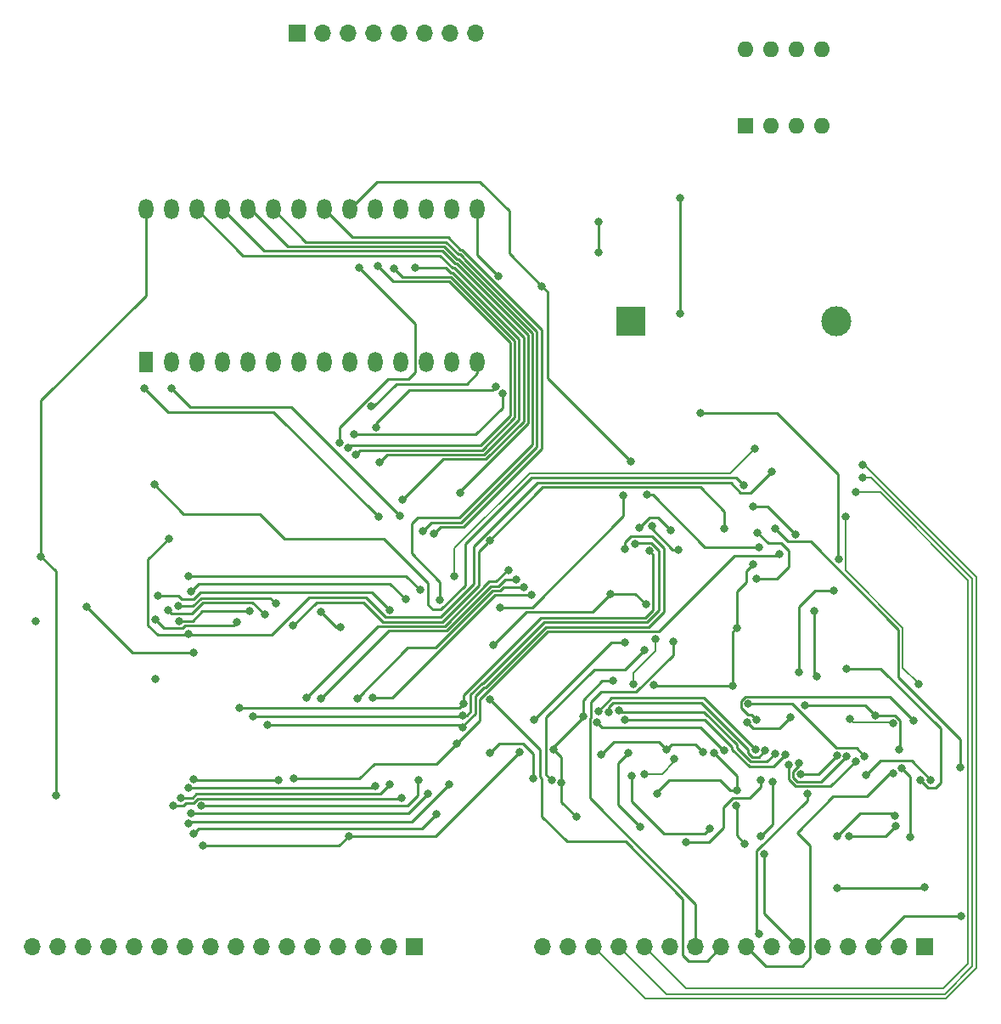
<source format=gbr>
%TF.GenerationSoftware,KiCad,Pcbnew,(6.0.0-0)*%
%TF.CreationDate,2022-02-14T20:56:17-05:00*%
%TF.ProjectId,RAM-MODULE,52414d2d-4d4f-4445-954c-452e6b696361,rev?*%
%TF.SameCoordinates,Original*%
%TF.FileFunction,Copper,L4,Bot*%
%TF.FilePolarity,Positive*%
%FSLAX46Y46*%
G04 Gerber Fmt 4.6, Leading zero omitted, Abs format (unit mm)*
G04 Created by KiCad (PCBNEW (6.0.0-0)) date 2022-02-14 20:56:17*
%MOMM*%
%LPD*%
G01*
G04 APERTURE LIST*
%TA.AperFunction,ComponentPad*%
%ADD10R,1.440000X2.000000*%
%TD*%
%TA.AperFunction,ComponentPad*%
%ADD11O,1.440000X2.000000*%
%TD*%
%TA.AperFunction,ComponentPad*%
%ADD12R,1.600000X1.600000*%
%TD*%
%TA.AperFunction,ComponentPad*%
%ADD13O,1.600000X1.600000*%
%TD*%
%TA.AperFunction,ComponentPad*%
%ADD14R,3.000000X3.000000*%
%TD*%
%TA.AperFunction,ComponentPad*%
%ADD15C,3.000000*%
%TD*%
%TA.AperFunction,ComponentPad*%
%ADD16R,1.700000X1.700000*%
%TD*%
%TA.AperFunction,ComponentPad*%
%ADD17O,1.700000X1.700000*%
%TD*%
%TA.AperFunction,ViaPad*%
%ADD18C,0.800000*%
%TD*%
%TA.AperFunction,Conductor*%
%ADD19C,0.250000*%
%TD*%
%TA.AperFunction,Conductor*%
%ADD20C,0.200000*%
%TD*%
G04 APERTURE END LIST*
D10*
%TO.P,U1,1,A14*%
%TO.N,MAR14*%
X90757330Y-78241318D03*
D11*
%TO.P,U1,2,A12*%
%TO.N,MAR12*%
X93297330Y-78241318D03*
%TO.P,U1,3,A7*%
%TO.N,MAR7*%
X95837330Y-78241318D03*
%TO.P,U1,4,A6*%
%TO.N,MAR6*%
X98377330Y-78241318D03*
%TO.P,U1,5,A5*%
%TO.N,MAR5*%
X100917330Y-78241318D03*
%TO.P,U1,6,A4*%
%TO.N,MAR4*%
X103457330Y-78241318D03*
%TO.P,U1,7,A3*%
%TO.N,MAR3*%
X105997330Y-78241318D03*
%TO.P,U1,8,A2*%
%TO.N,MAR2*%
X108537330Y-78241318D03*
%TO.P,U1,9,A1*%
%TO.N,MAR1*%
X111077330Y-78241318D03*
%TO.P,U1,10,A0*%
%TO.N,MAR0*%
X113617330Y-78241318D03*
%TO.P,U1,11,D0*%
%TO.N,BUS0*%
X116157330Y-78241318D03*
%TO.P,U1,12,D1*%
%TO.N,BUS1*%
X118697330Y-78241318D03*
%TO.P,U1,13,D2*%
%TO.N,BUS2*%
X121237330Y-78241318D03*
%TO.P,U1,14,GND*%
%TO.N,GND*%
X123777330Y-78241318D03*
%TO.P,U1,15,D3*%
%TO.N,BUS3*%
X123777330Y-63001318D03*
%TO.P,U1,16,D4*%
%TO.N,BUS4*%
X121237330Y-63001318D03*
%TO.P,U1,17,D5*%
%TO.N,BUS5*%
X118697330Y-63001318D03*
%TO.P,U1,18,D6*%
%TO.N,BUS6*%
X116157330Y-63001318D03*
%TO.P,U1,19,D7*%
%TO.N,BUS7*%
X113617330Y-63001318D03*
%TO.P,U1,20,~{CS}*%
%TO.N,~{ENABLE_ROM}*%
X111077330Y-63001318D03*
%TO.P,U1,21,A10*%
%TO.N,MAR10*%
X108537330Y-63001318D03*
%TO.P,U1,22,~{OE}*%
%TO.N,~{READ}*%
X105997330Y-63001318D03*
%TO.P,U1,23,A11*%
%TO.N,MAR11*%
X103457330Y-63001318D03*
%TO.P,U1,24,A9*%
%TO.N,MAR9*%
X100917330Y-63001318D03*
%TO.P,U1,25,A8*%
%TO.N,MAR8*%
X98377330Y-63001318D03*
%TO.P,U1,26,A13*%
%TO.N,MAR13*%
X95837330Y-63001318D03*
%TO.P,U1,27,~{WE}*%
%TO.N,+5V*%
X93297330Y-63001318D03*
%TO.P,U1,28,VCC*%
X90757330Y-63001318D03*
%TD*%
D12*
%TO.P,U18,1,VO*%
%TO.N,VCC*%
X150547330Y-54698818D03*
D13*
%TO.P,U18,2,Vs*%
%TO.N,Net-(BT1-Pad1)*%
X153087330Y-54698818D03*
%TO.P,U18,3,SBar*%
%TO.N,unconnected-(U18-Pad3)*%
X155627330Y-54698818D03*
%TO.P,U18,4,Gnd*%
%TO.N,GND*%
X158167330Y-54698818D03*
%TO.P,U18,5,nc*%
%TO.N,unconnected-(U18-Pad5)*%
X158167330Y-47078818D03*
%TO.P,U18,6,PBar*%
%TO.N,unconnected-(U18-Pad6)*%
X155627330Y-47078818D03*
%TO.P,U18,7,nc*%
%TO.N,unconnected-(U18-Pad7)*%
X153087330Y-47078818D03*
%TO.P,U18,8,Vp*%
%TO.N,+5V*%
X150547330Y-47078818D03*
%TD*%
D14*
%TO.P,BT1,1,+*%
%TO.N,Net-(BT1-Pad1)*%
X139121250Y-74148818D03*
D15*
%TO.P,BT1,2,-*%
%TO.N,GND*%
X159611250Y-74148818D03*
%TD*%
D16*
%TO.P,J3,1,Pin_1*%
%TO.N,+5V*%
X168437330Y-136498818D03*
D17*
%TO.P,J3,2,Pin_2*%
%TO.N,GND*%
X165897330Y-136498818D03*
%TO.P,J3,3,Pin_3*%
%TO.N,RESET*%
X163357330Y-136498818D03*
%TO.P,J3,4,Pin_4*%
%TO.N,CLOCK*%
X160817330Y-136498818D03*
%TO.P,J3,5,Pin_5*%
%TO.N,~{LATCH_MAR}*%
X158277330Y-136498818D03*
%TO.P,J3,6,Pin_6*%
%TO.N,~{LATCH_DATA_SEGMENT}*%
X155737330Y-136498818D03*
%TO.P,J3,7,Pin_7*%
%TO.N,~{LATCH_CODE_SEGMENT}*%
X153197330Y-136498818D03*
%TO.P,J3,8,Pin_8*%
%TO.N,~{LATCH_STACK_SEGMENT}*%
X150657330Y-136498818D03*
%TO.P,J3,9,Pin_9*%
%TO.N,~{DATA_SEGMENT_OUT}*%
X148117330Y-136498818D03*
%TO.P,J3,10,Pin_10*%
%TO.N,~{CODE_SEGMENT_OUT}*%
X145577330Y-136498818D03*
%TO.P,J3,11,Pin_11*%
%TO.N,~{STACK_SEGMENT_OUT}*%
X143037330Y-136498818D03*
%TO.P,J3,12,Pin_12*%
%TO.N,~{USE_DATA_SEGMENT}*%
X140497330Y-136498818D03*
%TO.P,J3,13,Pin_13*%
%TO.N,~{USE_CODE_SEGMENT}*%
X137957330Y-136498818D03*
%TO.P,J3,14,Pin_14*%
%TO.N,~{USE_STACK_SEGMENT}*%
X135417330Y-136498818D03*
%TO.P,J3,15,Pin_15*%
%TO.N,~{READ}*%
X132877330Y-136498818D03*
%TO.P,J3,16,Pin_16*%
%TO.N,~{WRITE}*%
X130337330Y-136498818D03*
%TD*%
D16*
%TO.P,J2,1,Pin_1*%
%TO.N,BUS7*%
X105827330Y-45448818D03*
D17*
%TO.P,J2,2,Pin_2*%
%TO.N,BUS6*%
X108367330Y-45448818D03*
%TO.P,J2,3,Pin_3*%
%TO.N,BUS5*%
X110907330Y-45448818D03*
%TO.P,J2,4,Pin_4*%
%TO.N,BUS4*%
X113447330Y-45448818D03*
%TO.P,J2,5,Pin_5*%
%TO.N,BUS3*%
X115987330Y-45448818D03*
%TO.P,J2,6,Pin_6*%
%TO.N,BUS2*%
X118527330Y-45448818D03*
%TO.P,J2,7,Pin_7*%
%TO.N,BUS1*%
X121067330Y-45448818D03*
%TO.P,J2,8,Pin_8*%
%TO.N,BUS0*%
X123607330Y-45448818D03*
%TD*%
D16*
%TO.P,J1,1,Pin_1*%
%TO.N,ADDR_BUS15*%
X117547330Y-136498818D03*
D17*
%TO.P,J1,2,Pin_2*%
%TO.N,ADDR_BUS14*%
X115007330Y-136498818D03*
%TO.P,J1,3,Pin_3*%
%TO.N,ADDR_BUS13*%
X112467330Y-136498818D03*
%TO.P,J1,4,Pin_4*%
%TO.N,ADDR_BUS12*%
X109927330Y-136498818D03*
%TO.P,J1,5,Pin_5*%
%TO.N,ADDR_BUS11*%
X107387330Y-136498818D03*
%TO.P,J1,6,Pin_6*%
%TO.N,ADDR_BUS10*%
X104847330Y-136498818D03*
%TO.P,J1,7,Pin_7*%
%TO.N,ADDR_BUS9*%
X102307330Y-136498818D03*
%TO.P,J1,8,Pin_8*%
%TO.N,ADDR_BUS8*%
X99767330Y-136498818D03*
%TO.P,J1,9,Pin_9*%
%TO.N,ADDR_BUS7*%
X97227330Y-136498818D03*
%TO.P,J1,10,Pin_10*%
%TO.N,ADDR_BUS6*%
X94687330Y-136498818D03*
%TO.P,J1,11,Pin_11*%
%TO.N,ADDR_BUS5*%
X92147330Y-136498818D03*
%TO.P,J1,12,Pin_12*%
%TO.N,ADDR_BUS4*%
X89607330Y-136498818D03*
%TO.P,J1,13,Pin_13*%
%TO.N,ADDR_BUS3*%
X87067330Y-136498818D03*
%TO.P,J1,14,Pin_14*%
%TO.N,ADDR_BUS2*%
X84527330Y-136498818D03*
%TO.P,J1,15,Pin_15*%
%TO.N,ADDR_BUS1*%
X81987330Y-136498818D03*
%TO.P,J1,16,Pin_16*%
%TO.N,ADDR_BUS0*%
X79447330Y-136498818D03*
%TD*%
D18*
%TO.N,GND*%
X79808506Y-104087494D03*
X91743165Y-109777165D03*
%TO.N,MAR8*%
X95504000Y-125222000D03*
%TO.N,MAR0*%
X84836000Y-102616000D03*
X95504000Y-107188000D03*
%TO.N,GND*%
X134360258Y-113505630D03*
X135890000Y-67310000D03*
X137097330Y-101298818D03*
X131421830Y-116795374D03*
X110147330Y-104598818D03*
X113210031Y-82661519D03*
X133697330Y-123548818D03*
X108243438Y-103073318D03*
X149697330Y-104698818D03*
X157647330Y-109548818D03*
X96447330Y-126398818D03*
X140622330Y-102373818D03*
X141409830Y-110411318D03*
X149702046Y-120924318D03*
X147447330Y-117198818D03*
X157397330Y-102998818D03*
X151297330Y-98398818D03*
X135890000Y-64262000D03*
X125400000Y-106400000D03*
X149297330Y-110448818D03*
X137347330Y-109998818D03*
X110997379Y-125438500D03*
X132225959Y-120114577D03*
X141734830Y-121211318D03*
X127998536Y-117091302D03*
%TO.N,BUS7*%
X113893029Y-68669918D03*
X110953707Y-86734654D03*
%TO.N,BUS6*%
X111672830Y-87428820D03*
X115497330Y-68898818D03*
%TO.N,BUS5*%
X117597330Y-68798818D03*
X114071340Y-88183147D03*
%TO.N,BUS3*%
X154523822Y-117378098D03*
X113397330Y-111698818D03*
X129247330Y-101448818D03*
X138538471Y-113851666D03*
X125897868Y-69639126D03*
%TO.N,BUS2*%
X137933805Y-112914101D03*
X153488580Y-117247681D03*
X111847330Y-111748818D03*
X128446831Y-100649317D03*
%TO.N,BUS1*%
X136945679Y-113064473D03*
X108237830Y-111774990D03*
X152534338Y-116950313D03*
X127722330Y-99873818D03*
%TO.N,BUS0*%
X126946850Y-98999298D03*
X135897330Y-112998818D03*
X151541477Y-116835287D03*
X106788829Y-111659841D03*
%TO.N,MAR7*%
X118110838Y-100948818D03*
X94996000Y-99568000D03*
%TO.N,MAR6*%
X95250000Y-101092000D03*
X116661837Y-101885546D03*
%TO.N,MAR5*%
X115122830Y-102926969D03*
X91926642Y-101537978D03*
%TO.N,MAR4*%
X103697330Y-102248818D03*
X93988487Y-102531252D03*
%TO.N,MAR3*%
X93010412Y-102986979D03*
X102597330Y-103398818D03*
%TO.N,MAR2*%
X94114549Y-104027501D03*
X101147330Y-103048818D03*
%TO.N,MAR1*%
X99847330Y-104148818D03*
X91694000Y-103886000D03*
%TO.N,~{ENABLE_RAM_LOW}*%
X105447330Y-104498818D03*
X125100000Y-96000000D03*
X148447330Y-94848818D03*
%TO.N,+5V*%
X126111555Y-102713043D03*
X140477824Y-106884158D03*
X155047330Y-113648818D03*
X165897330Y-116798818D03*
X144047330Y-73398818D03*
X136147330Y-117348818D03*
X81788000Y-121412000D03*
X131250348Y-119897349D03*
X159834629Y-97861519D03*
X146297330Y-117098818D03*
X155897330Y-109148818D03*
X144047330Y-61848818D03*
X166997330Y-125523318D03*
X150686300Y-114123318D03*
X159700000Y-130600000D03*
X159347330Y-100998818D03*
X129367667Y-119684598D03*
X156447330Y-112448818D03*
X163497330Y-113449318D03*
X80297330Y-97598818D03*
X138392817Y-91553331D03*
X142694874Y-116832050D03*
X168437330Y-130562670D03*
X146097330Y-83298818D03*
X125047330Y-117198818D03*
X166111055Y-118691998D03*
%TO.N,MAR8*%
X122097330Y-91298818D03*
X119746850Y-123299298D03*
%TO.N,MAR9*%
X120114439Y-101960963D03*
X94996000Y-124206000D03*
X121016850Y-120268338D03*
%TO.N,MAR10*%
X118897330Y-121198818D03*
X95250000Y-123190000D03*
X119497330Y-95298818D03*
%TO.N,MAR11*%
X117946331Y-119848818D03*
X118347330Y-95048818D03*
X96266000Y-122428000D03*
%TO.N,MAR12*%
X93297330Y-80848818D03*
X93471836Y-122390500D03*
X116097330Y-93548818D03*
X116297330Y-121698818D03*
%TO.N,MAR13*%
X116347330Y-91948818D03*
X115123319Y-120314900D03*
X94231224Y-121628500D03*
%TO.N,MAR14*%
X113947330Y-93648818D03*
X113674319Y-120430067D03*
X95000299Y-120654299D03*
X90647330Y-80848818D03*
%TO.N,~{READ}*%
X112047330Y-68848818D03*
X110091729Y-86228690D03*
%TO.N,MAR15*%
X103961350Y-119898818D03*
X95550424Y-119818364D03*
X126335631Y-81381074D03*
X111547330Y-85448818D03*
%TO.N,CLOCK*%
X139197330Y-119448818D03*
X147002606Y-124724318D03*
%TO.N,SEG0*%
X156022830Y-119292818D03*
X122346830Y-114590767D03*
X138497330Y-96848818D03*
X159667690Y-117440021D03*
X102856563Y-114398225D03*
%TO.N,SEG1*%
X139509555Y-96375237D03*
X160666511Y-117476914D03*
X122359402Y-113462148D03*
X101421350Y-113503818D03*
X155858293Y-118202567D03*
%TO.N,SEG2*%
X100072330Y-112723818D03*
X122423808Y-112288258D03*
X154866355Y-118325297D03*
X161533053Y-117975020D03*
X140958471Y-97045118D03*
%TO.N,~{LATCH_DATA_SEGMENT}*%
X140047330Y-124498818D03*
X152422829Y-127222829D03*
X138897330Y-117148818D03*
%TO.N,RESET*%
X167297330Y-113948818D03*
X148447330Y-116948818D03*
X172047830Y-133434812D03*
X135747330Y-114098818D03*
X151656851Y-113882331D03*
%TO.N,SEG3*%
X91600000Y-90450000D03*
X150847330Y-112298818D03*
X151647330Y-99798818D03*
X151750627Y-95199817D03*
X129497330Y-113848818D03*
X150398818Y-90498818D03*
X162397781Y-117473769D03*
X138497330Y-106198818D03*
%TO.N,USE_DATA_SEGMENT*%
X121500000Y-99600000D03*
X151447330Y-86898818D03*
%TO.N,~{DATA_SEGMENT_OUT}*%
X125094576Y-111826170D03*
%TO.N,Net-(U10-Pad2)*%
X150480512Y-126206599D03*
X149662997Y-122423318D03*
%TO.N,Net-(U10-Pad3)*%
X152047330Y-119874318D03*
X144597330Y-126048818D03*
%TO.N,Net-(U10-Pad4)*%
X152047330Y-125498818D03*
X153250454Y-120045213D03*
%TO.N,~{LATCH_CODE_SEGMENT}*%
X151900000Y-135200000D03*
X156747330Y-121248818D03*
%TO.N,USE_CODE_SEGMENT*%
X140497330Y-119248818D03*
X139380926Y-110350238D03*
X143447330Y-117748818D03*
X141547330Y-105798818D03*
%TO.N,~{CODE_SEGMENT_OUT}*%
X143347330Y-106098818D03*
%TO.N,Net-(U12-Pad3)*%
X167997330Y-119848818D03*
X160647330Y-108748818D03*
%TO.N,Net-(U12-Pad4)*%
X159697330Y-125448818D03*
X165497330Y-123448818D03*
%TO.N,Net-(U12-Pad5)*%
X165514991Y-124448165D03*
X160847330Y-125448818D03*
%TO.N,Net-(U12-Pad6)*%
X169010379Y-119837268D03*
X162560051Y-119396984D03*
%TO.N,~{LATCH_STACK_SEGMENT}*%
X165246830Y-119194113D03*
%TO.N,USE_STACK_SEGMENT*%
X160547330Y-93598818D03*
X167797330Y-110298818D03*
X165246830Y-114223318D03*
X160997330Y-113823318D03*
%TO.N,~{ENABLE_ROM}*%
X140747330Y-91448818D03*
X130250000Y-70650000D03*
X151897330Y-96648818D03*
X139097330Y-88148818D03*
%TO.N,Net-(U15-Pad10)*%
X141247330Y-94598818D03*
X143847330Y-96898818D03*
%TO.N,Net-(U15-Pad12)*%
X139947330Y-94698818D03*
X143097330Y-94948818D03*
%TO.N,Net-(U16-Pad4)*%
X151322830Y-92625370D03*
X155547330Y-95398818D03*
%TO.N,~{LATCH_MAR}*%
X171942553Y-118650309D03*
X153497330Y-94798818D03*
%TO.N,VCC*%
X113684629Y-84724318D03*
X125625636Y-80659037D03*
%TO.N,Net-(U16-Pad12)*%
X153147330Y-89148818D03*
X93047330Y-95798818D03*
X94997330Y-105348818D03*
%TO.N,~{USE_DATA_SEGMENT}*%
X161547830Y-91198818D03*
%TO.N,~{USE_CODE_SEGMENT}*%
X162247330Y-89748818D03*
%TO.N,~{USE_STACK_SEGMENT}*%
X162247330Y-88498818D03*
%TO.N,~{ENABLE_RAM_HIGH}*%
X105547330Y-119748818D03*
X121798074Y-116198074D03*
X153935031Y-97373318D03*
%TD*%
D19*
%TO.N,MAR3*%
X95335007Y-103303001D02*
X93326434Y-103303001D01*
X102597330Y-103398818D02*
X101372830Y-102174318D01*
X93326434Y-103303001D02*
X93010412Y-102986979D01*
X96463691Y-102174317D02*
X95335007Y-103303001D01*
X101372830Y-102174318D02*
X96463691Y-102174317D01*
%TO.N,Net-(U16-Pad12)*%
X120170013Y-103651467D02*
X114635685Y-103651469D01*
%TO.N,MAR0*%
X89408000Y-107188000D02*
X84836000Y-102616000D01*
%TO.N,MAR4*%
X103173319Y-101724807D02*
X96277497Y-101724807D01*
%TO.N,Net-(U16-Pad12)*%
X123497819Y-96577581D02*
X123497819Y-100323661D01*
%TO.N,MAR5*%
X94298336Y-101816501D02*
X94019813Y-101537978D01*
X115122830Y-102926969D02*
X113333960Y-101138099D01*
X96228501Y-101138099D02*
X95550099Y-101816501D01*
X95550099Y-101816501D02*
X94298336Y-101816501D01*
X113333960Y-101138099D02*
X96228501Y-101138099D01*
X94019813Y-101537978D02*
X91926642Y-101537978D01*
%TO.N,MAR0*%
X95504000Y-107188000D02*
X89408000Y-107188000D01*
%TO.N,MAR1*%
X99519137Y-104477011D02*
X94689639Y-104477011D01*
%TO.N,Net-(U16-Pad12)*%
X90969499Y-97876649D02*
X93047330Y-95798818D01*
%TO.N,MAR1*%
X94414648Y-104752002D02*
X92560002Y-104752002D01*
X94689639Y-104477011D02*
X94414648Y-104752002D01*
X99847330Y-104148818D02*
X99519137Y-104477011D01*
X92560002Y-104752002D02*
X91694000Y-103886000D01*
%TO.N,Net-(U16-Pad12)*%
X114635685Y-103651469D02*
X112683523Y-101699307D01*
%TO.N,MAR4*%
X96277497Y-101724807D02*
X95471052Y-102531252D01*
X95471052Y-102531252D02*
X93988487Y-102531252D01*
%TO.N,Net-(U16-Pad12)*%
X91928218Y-105398818D02*
X90969499Y-104440099D01*
%TO.N,MAR4*%
X103697330Y-102248818D02*
X103173319Y-101724807D01*
%TO.N,Net-(U16-Pad12)*%
X103297330Y-105398818D02*
X91928218Y-105398818D01*
X106996841Y-101699307D02*
X103297330Y-105398818D01*
X153147330Y-89148818D02*
X151072829Y-91223319D01*
X123497819Y-100323661D02*
X120170013Y-103651467D01*
X90969499Y-104440099D02*
X90969499Y-97876649D01*
X149113114Y-90248818D02*
X129826582Y-90248818D01*
X112683523Y-101699307D02*
X106996841Y-101699307D01*
X150087615Y-91223319D02*
X149113114Y-90248818D01*
X129826582Y-90248818D02*
X123497819Y-96577581D01*
X151072829Y-91223319D02*
X150087615Y-91223319D01*
%TO.N,MAR6*%
X96043182Y-100298818D02*
X95250000Y-101092000D01*
X115075109Y-100298818D02*
X96043182Y-100298818D01*
X116661837Y-101885546D02*
X115075109Y-100298818D01*
%TO.N,MAR7*%
X116730020Y-99568000D02*
X94996000Y-99568000D01*
X118110838Y-100948818D02*
X116730020Y-99568000D01*
%TO.N,MAR14*%
X113450087Y-120654299D02*
X95000299Y-120654299D01*
X113674319Y-120430067D02*
X113450087Y-120654299D01*
%TO.N,MAR12*%
X94493824Y-122390500D02*
X93471836Y-122390500D01*
X94735217Y-122149107D02*
X94493824Y-122390500D01*
X95965901Y-121703499D02*
X95520293Y-122149107D01*
X116292649Y-121703499D02*
X95965901Y-121703499D01*
%TO.N,MAR13*%
X95779707Y-121253989D02*
X95405196Y-121628500D01*
%TO.N,MAR12*%
X95520293Y-122149107D02*
X94735217Y-122149107D01*
X116297330Y-121698818D02*
X116292649Y-121703499D01*
%TO.N,MAR13*%
X114184230Y-121253989D02*
X95779707Y-121253989D01*
X115123319Y-120314900D02*
X114184230Y-121253989D01*
X95405196Y-121628500D02*
X94231224Y-121628500D01*
%TO.N,MAR10*%
X118897330Y-121198818D02*
X116906148Y-123190000D01*
X116906148Y-123190000D02*
X95250000Y-123190000D01*
%TO.N,MAR9*%
X117274698Y-124010490D02*
X95191510Y-124010490D01*
X121016850Y-120268338D02*
X117274698Y-124010490D01*
X95191510Y-124010490D02*
X94996000Y-124206000D01*
%TO.N,GND*%
X127998536Y-117091302D02*
X119613838Y-125476000D01*
X119613838Y-125476000D02*
X111034879Y-125476000D01*
X111034879Y-125476000D02*
X110997379Y-125438500D01*
X96447330Y-126398818D02*
X110037061Y-126398818D01*
%TO.N,MAR8*%
X115824000Y-124714000D02*
X96012000Y-124714000D01*
%TO.N,GND*%
X110037061Y-126398818D02*
X110997379Y-125438500D01*
%TO.N,MAR8*%
X119746850Y-123299298D02*
X118332148Y-124714000D01*
X96012000Y-124714000D02*
X95504000Y-125222000D01*
X118332148Y-124714000D02*
X115824000Y-124714000D01*
%TO.N,MAR11*%
X116818148Y-122428000D02*
X96266000Y-122428000D01*
X117847330Y-121398818D02*
X116818148Y-122428000D01*
X117847330Y-119947819D02*
X117847330Y-121398818D01*
X117946331Y-119848818D02*
X117847330Y-119947819D01*
%TO.N,MAR15*%
X95630878Y-119898818D02*
X95550424Y-119818364D01*
X103961350Y-119898818D02*
X95630878Y-119898818D01*
%TO.N,+5V*%
X80297330Y-97598818D02*
X81788000Y-99089488D01*
X81788000Y-99089488D02*
X81788000Y-121412000D01*
%TO.N,MAR2*%
X96397330Y-103048818D02*
X95418647Y-104027501D01*
X101147330Y-103048818D02*
X96397330Y-103048818D01*
X95418647Y-104027501D02*
X94114549Y-104027501D01*
%TO.N,GND*%
X148047330Y-119898818D02*
X149072830Y-120924318D01*
X157397330Y-109298818D02*
X157647330Y-109548818D01*
X141734830Y-121211318D02*
X141734830Y-121061318D01*
X131421830Y-116795374D02*
X131421830Y-116574318D01*
X128700000Y-103100000D02*
X135296148Y-103100000D01*
X109768938Y-104598818D02*
X108243438Y-103073318D01*
X123777330Y-78241318D02*
X123777330Y-79328818D01*
X133697330Y-123548818D02*
X132225959Y-122077447D01*
X125400000Y-106400000D02*
X128700000Y-103100000D01*
X137347330Y-109998818D02*
X136247330Y-109998818D01*
X122747330Y-80398818D02*
X115747330Y-80398818D01*
X131421830Y-116574318D02*
X134360258Y-113635890D01*
X110147330Y-104598818D02*
X109768938Y-104598818D01*
X132225959Y-117599503D02*
X132225959Y-120114577D01*
X157397330Y-102998818D02*
X157397330Y-109298818D01*
X141447330Y-110448818D02*
X141409830Y-110411318D01*
X149697330Y-104698818D02*
X149697330Y-101098818D01*
X135890000Y-67310000D02*
X135890000Y-64262000D01*
X134360258Y-111885890D02*
X134360258Y-113505630D01*
X150647330Y-100148818D02*
X150647330Y-99048818D01*
X142897330Y-119898818D02*
X148047330Y-119898818D01*
X136247330Y-109998818D02*
X134360258Y-111885890D01*
X139547330Y-101298818D02*
X140622330Y-102373818D01*
X149072830Y-120924318D02*
X149702046Y-120924318D01*
X141734830Y-121061318D02*
X142897330Y-119898818D01*
X123797330Y-79348818D02*
X122747330Y-80398818D01*
X134360258Y-113635890D02*
X134360258Y-113505630D01*
X150647330Y-99048818D02*
X151297330Y-98398818D01*
X137097330Y-101298818D02*
X139547330Y-101298818D01*
X123777330Y-79328818D02*
X123797330Y-79348818D01*
X115747330Y-80398818D02*
X113484629Y-82661519D01*
X149697330Y-101098818D02*
X150647330Y-100148818D01*
X149297330Y-110448818D02*
X149297330Y-105098818D01*
X147447330Y-117198818D02*
X149702046Y-119453534D01*
X113484629Y-82661519D02*
X113210031Y-82661519D01*
X135296148Y-103100000D02*
X137097330Y-101298818D01*
X149297330Y-105098818D02*
X149697330Y-104698818D01*
X132225959Y-122077447D02*
X132225959Y-120114577D01*
X149702046Y-119453534D02*
X149702046Y-120924318D01*
X149297330Y-110448818D02*
X141447330Y-110448818D01*
X131421830Y-116795374D02*
X132225959Y-117599503D01*
%TO.N,BUS7*%
X120983533Y-70199317D02*
X115422428Y-70199317D01*
X127071341Y-76287125D02*
X120983533Y-70199317D01*
X124105004Y-86548328D02*
X127071342Y-83581990D01*
X115422428Y-70199317D02*
X113893029Y-68669918D01*
X110953707Y-86734654D02*
X111140033Y-86548328D01*
X111140033Y-86548328D02*
X124105004Y-86548328D01*
X127071342Y-83581990D02*
X127071341Y-76287125D01*
%TO.N,BUS6*%
X121169722Y-69749802D02*
X127520852Y-76100932D01*
X116348314Y-69749802D02*
X121169722Y-69749802D01*
X112103811Y-86997839D02*
X111672830Y-87428820D01*
X127520852Y-83768184D02*
X124291197Y-86997839D01*
X127520852Y-76100932D02*
X127520852Y-83768184D01*
X124291197Y-86997839D02*
X112103811Y-86997839D01*
X115497330Y-68898818D02*
X116348314Y-69749802D01*
%TO.N,BUS5*%
X121205924Y-69300292D02*
X121355914Y-69300290D01*
X121205921Y-69300289D02*
X121205924Y-69300292D01*
X117597330Y-68798818D02*
X120654442Y-68798818D01*
X127970362Y-83954378D02*
X124477390Y-87447350D01*
X127970363Y-75914739D02*
X127970362Y-83954378D01*
X121155912Y-69300288D02*
X121205921Y-69300289D01*
X120654442Y-68798818D02*
X121155912Y-69300288D01*
X114807137Y-87447350D02*
X114071340Y-88183147D01*
X124477390Y-87447350D02*
X114807137Y-87447350D01*
X121355914Y-69300290D02*
X127970363Y-75914739D01*
%TO.N,BUS3*%
X149221831Y-116823319D02*
X150947330Y-118548818D01*
X123777330Y-63001318D02*
X123777330Y-67518588D01*
X149221831Y-116548719D02*
X149221831Y-116823319D01*
X146524778Y-113851666D02*
X149221831Y-116548719D01*
X150947330Y-118548818D02*
X153353102Y-118548818D01*
X138538471Y-113851666D02*
X146524778Y-113851666D01*
X129247330Y-101448818D02*
X125551182Y-101448818D01*
X115301182Y-111698818D02*
X113397330Y-111698818D01*
X125551182Y-101448818D02*
X115301182Y-111698818D01*
X153353102Y-118548818D02*
X154523822Y-117378098D01*
X123777330Y-67518588D02*
X125897868Y-69639126D01*
%TO.N,BUS2*%
X119665478Y-106698818D02*
X116897330Y-106698818D01*
X151083034Y-118048818D02*
X152687443Y-118048818D01*
X149671341Y-116362525D02*
X149671341Y-116637125D01*
X152687443Y-118048818D02*
X153488580Y-117247681D01*
X128446831Y-100649317D02*
X126429201Y-100649317D01*
X125364988Y-100999308D02*
X119665478Y-106698818D01*
X116897330Y-106698818D02*
X111847330Y-111748818D01*
X149671341Y-116637125D02*
X151083034Y-118048818D01*
X126429201Y-100649317D02*
X126079210Y-100999308D01*
X126079210Y-100999308D02*
X125364988Y-100999308D01*
X138091553Y-113071849D02*
X146380665Y-113071849D01*
X137933805Y-112914101D02*
X138091553Y-113071849D01*
X146380665Y-113071849D02*
X149671341Y-116362525D01*
%TO.N,BUS1*%
X125893017Y-100549797D02*
X125178795Y-100549797D01*
X150816976Y-116872456D02*
X150816976Y-117135386D01*
X120728592Y-105000000D02*
X115012820Y-105000000D01*
X137359503Y-112172349D02*
X146116869Y-112172349D01*
X126568998Y-99873818D02*
X125893017Y-100549797D01*
X127722330Y-99873818D02*
X126568998Y-99873818D01*
X151911332Y-117573319D02*
X152534338Y-116950313D01*
X151254909Y-117573319D02*
X151911332Y-117573319D01*
X136945679Y-113064473D02*
X136945679Y-112586173D01*
X146116869Y-112172349D02*
X150816976Y-116872456D01*
X125178795Y-100549797D02*
X120728592Y-105000000D01*
X136945679Y-112586173D02*
X137359503Y-112172349D01*
X115012820Y-105000000D02*
X108237830Y-111774990D01*
X150816976Y-117135386D02*
X151254909Y-117573319D01*
%TO.N,BUS0*%
X120542399Y-104550489D02*
X113898181Y-104550489D01*
X126946850Y-98999298D02*
X126807814Y-98999298D01*
X135897330Y-112998818D02*
X137197820Y-111698328D01*
X113898181Y-104550489D02*
X106788829Y-111659841D01*
X124992600Y-100100288D02*
X120542399Y-104550489D01*
X125706825Y-100100287D02*
X124992600Y-100100288D01*
X126807814Y-98999298D02*
X125706825Y-100100287D01*
X137197820Y-111698328D02*
X146404518Y-111698328D01*
X146404518Y-111698328D02*
X151541477Y-116835287D01*
%TO.N,~{ENABLE_RAM_LOW}*%
X112448818Y-102148818D02*
X114400978Y-104100978D01*
X138851926Y-90698818D02*
X146047330Y-90698818D01*
X148447330Y-93098818D02*
X148447330Y-94848818D01*
X114400978Y-104100978D02*
X120356206Y-104100978D01*
X123947330Y-100509854D02*
X123947330Y-97098818D01*
X138851437Y-90698329D02*
X138851926Y-90698818D01*
X123947330Y-97098818D02*
X130347819Y-90698329D01*
X146047330Y-90698818D02*
X148447330Y-93098818D01*
X130347819Y-90698329D02*
X138851437Y-90698329D01*
X107797330Y-102148818D02*
X112448818Y-102148818D01*
X105447330Y-104498818D02*
X107797330Y-102148818D01*
X120356206Y-104100978D02*
X123947330Y-100509854D01*
%TO.N,+5V*%
X138513164Y-108848818D02*
X140477824Y-106884158D01*
X168400000Y-130600000D02*
X168437330Y-130562670D01*
X131250348Y-119897349D02*
X130697330Y-119344331D01*
X138392817Y-91553331D02*
X138392817Y-93543867D01*
X155897330Y-109148818D02*
X155897330Y-102598818D01*
X165897330Y-116798818D02*
X165971331Y-116724817D01*
X159700000Y-130600000D02*
X168400000Y-130600000D01*
X155897330Y-102598818D02*
X157497330Y-100998818D01*
X143178106Y-116348818D02*
X142694874Y-116832050D01*
X153647330Y-83298818D02*
X159784629Y-89436117D01*
X146097330Y-83298818D02*
X153647330Y-83298818D01*
X130697330Y-113598818D02*
X135447330Y-108848818D01*
X165497430Y-113449318D02*
X163497330Y-113449318D01*
X80297330Y-97598818D02*
X80297330Y-82048818D01*
X126174108Y-102650490D02*
X126111555Y-102713043D01*
X128397330Y-116248818D02*
X129367667Y-117219155D01*
X159784629Y-97811519D02*
X159834629Y-97861519D01*
X130697330Y-119344331D02*
X130697330Y-113598818D01*
X90757330Y-71588818D02*
X90757330Y-63001318D01*
X166997330Y-119578273D02*
X166111055Y-118691998D01*
X159784629Y-89436117D02*
X159784629Y-97811519D01*
X125047330Y-117198818D02*
X125997330Y-116248818D01*
X137397330Y-116098818D02*
X141961642Y-116098818D01*
X141961642Y-116098818D02*
X142694874Y-116832050D01*
X80297330Y-82048818D02*
X90757330Y-71588818D01*
X129367667Y-117219155D02*
X129367667Y-119684598D01*
X129286194Y-102650490D02*
X126174108Y-102650490D01*
X135447330Y-108848818D02*
X138513164Y-108848818D01*
X165971331Y-116724817D02*
X165971331Y-113923219D01*
X157497330Y-100998818D02*
X159347330Y-100998818D01*
X162496830Y-112448818D02*
X163497330Y-113449318D01*
X145547330Y-116348818D02*
X143178106Y-116348818D01*
X146297330Y-117098818D02*
X145547330Y-116348818D01*
X156447330Y-112448818D02*
X162496830Y-112448818D01*
X166997330Y-125523318D02*
X166997330Y-119578273D01*
X153947330Y-114748818D02*
X151311800Y-114748818D01*
X144047330Y-61848818D02*
X144047330Y-73398818D01*
X151311800Y-114748818D02*
X150686300Y-114123318D01*
X165971331Y-113923219D02*
X165497430Y-113449318D01*
X155047330Y-113648818D02*
X153947330Y-114748818D01*
X138392817Y-93543867D02*
X129286194Y-102650490D01*
X136147330Y-117348818D02*
X137397330Y-116098818D01*
X125997330Y-116248818D02*
X128397330Y-116248818D01*
%TO.N,MAR8*%
X121578298Y-68401266D02*
X120326339Y-67149307D01*
X128869383Y-75542351D02*
X121728295Y-68401264D01*
X102525319Y-67149307D02*
X98377330Y-63001318D01*
X122097330Y-91298818D02*
X122097330Y-91098818D01*
X121728295Y-68401264D02*
X121578298Y-68401266D01*
X120326339Y-67149307D02*
X102525319Y-67149307D01*
X122097330Y-91098818D02*
X128869383Y-84326765D01*
X128869383Y-84326765D02*
X128869383Y-75542351D01*
%TO.N,MAR9*%
X122047330Y-93748818D02*
X117847330Y-93748818D01*
X120512533Y-66699797D02*
X121764489Y-67951753D01*
X121764489Y-67951753D02*
X121914482Y-67951751D01*
X121914489Y-67951754D02*
X129318894Y-75356158D01*
X117247330Y-94348818D02*
X117247330Y-97248818D01*
X101197330Y-63001318D02*
X104895808Y-66699796D01*
X121914485Y-67951754D02*
X121914489Y-67951754D01*
X117847330Y-93748818D02*
X117247330Y-94348818D01*
X120114439Y-100115927D02*
X120114439Y-101960963D01*
X117247330Y-97248818D02*
X120114439Y-100115927D01*
X100917330Y-63001318D02*
X101197330Y-63001318D01*
X129318894Y-75356158D02*
X129318894Y-86477254D01*
X129318894Y-86477254D02*
X122047330Y-93748818D01*
X104895808Y-66699796D02*
X120512533Y-66699797D01*
%TO.N,MAR10*%
X122286856Y-67052725D02*
X122286859Y-67052728D01*
X122286863Y-67052728D02*
X122286866Y-67052731D01*
X122286870Y-67052731D02*
X122286872Y-67052733D01*
X130217915Y-74983771D02*
X130217915Y-86849641D01*
X122945223Y-67711072D02*
X123076818Y-67842663D01*
X122286859Y-67052728D02*
X122286863Y-67052728D01*
X122550187Y-67316044D02*
X122550191Y-67316044D01*
X122286872Y-67052733D02*
X122286876Y-67052733D01*
X123076826Y-67842679D02*
X123076826Y-67842683D01*
X108537330Y-63001318D02*
X111336786Y-65800774D01*
X122550191Y-67316044D02*
X122813500Y-67579353D01*
X120147330Y-94648818D02*
X119497330Y-95298818D01*
X123076822Y-67842671D02*
X123076822Y-67842675D01*
X122286866Y-67052731D02*
X122286870Y-67052731D01*
X120884919Y-65800775D02*
X122136871Y-67052727D01*
X122813504Y-67579353D02*
X123076822Y-67842671D01*
X123076818Y-67842663D02*
X123076818Y-67842667D01*
X130217915Y-86849641D02*
X122418738Y-94648818D01*
X123076822Y-67842675D02*
X123076826Y-67842679D01*
X111336786Y-65800774D02*
X120884919Y-65800775D01*
X122813500Y-67579353D02*
X122813504Y-67579353D01*
X122136871Y-67052727D02*
X122286856Y-67052725D01*
X123076826Y-67842683D02*
X130217915Y-74983771D01*
X122418738Y-94648818D02*
X120147330Y-94648818D01*
X122286876Y-67052733D02*
X122550187Y-67316044D01*
%TO.N,MAR11*%
X122100672Y-67502241D02*
X122100669Y-67502238D01*
X122233524Y-94198328D02*
X129768405Y-86663447D01*
X122627315Y-68028876D02*
X122627315Y-68028872D01*
X122363997Y-67765554D02*
X122627315Y-68028872D01*
X106706297Y-66250285D02*
X103457330Y-63001318D01*
X122100669Y-67502238D02*
X121950680Y-67502240D01*
X122363997Y-67765554D02*
X122363993Y-67765554D01*
X119197819Y-94198329D02*
X122233524Y-94198328D01*
X129768405Y-86663447D02*
X129768404Y-75169964D01*
X120698725Y-66250285D02*
X106706297Y-66250285D01*
X121950680Y-67502240D02*
X120698725Y-66250285D01*
X122100678Y-67502243D02*
X122100676Y-67502241D01*
X122100682Y-67502243D02*
X122100678Y-67502243D01*
X118347330Y-95048818D02*
X119197819Y-94198329D01*
X122363993Y-67765554D02*
X122100682Y-67502243D01*
X122627311Y-68028864D02*
X122495846Y-67897403D01*
X122627311Y-68028868D02*
X122627311Y-68028864D01*
X122100676Y-67502241D02*
X122100672Y-67502241D01*
X129768404Y-75169964D02*
X122627315Y-68028876D01*
%TO.N,MAR12*%
X105299001Y-82750489D02*
X95199001Y-82750489D01*
X95199001Y-82750489D02*
X93297330Y-80848818D01*
X116097330Y-93548818D02*
X105299001Y-82750489D01*
%TO.N,MAR13*%
X121342105Y-68850777D02*
X120090146Y-67598818D01*
X121392109Y-68850777D02*
X121342105Y-68850777D01*
X116347330Y-91948818D02*
X120399288Y-87896860D01*
X121542105Y-68850777D02*
X121392111Y-68850779D01*
X100434830Y-67598818D02*
X95837330Y-63001318D01*
X128419872Y-84140572D02*
X128419873Y-75728545D01*
X128419873Y-75728545D02*
X121542105Y-68850777D01*
X120090146Y-67598818D02*
X100434830Y-67598818D01*
X124663584Y-87896860D02*
X128419872Y-84140572D01*
X120399288Y-87896860D02*
X124663584Y-87896860D01*
X121392111Y-68850779D02*
X121392109Y-68850777D01*
%TO.N,MAR14*%
X92998512Y-83200000D02*
X103498512Y-83200000D01*
X90647330Y-80848818D02*
X92998512Y-83200000D01*
X103498512Y-83200000D02*
X113947330Y-93648818D01*
%TO.N,~{READ}*%
X112047330Y-68848818D02*
X117652810Y-74454298D01*
X117652810Y-74454298D02*
X117652810Y-79243338D01*
X116946850Y-79949298D02*
X114897638Y-79949298D01*
X117652810Y-79243338D02*
X116946850Y-79949298D01*
X114897638Y-79949298D02*
X110091729Y-84755207D01*
X110091729Y-84755207D02*
X110091729Y-86228690D01*
%TO.N,MAR15*%
X111547330Y-85448818D02*
X123647330Y-85448818D01*
X123647330Y-85448818D02*
X126335631Y-82760517D01*
X126335631Y-82760517D02*
X126335631Y-81381074D01*
%TO.N,CLOCK*%
X139197330Y-121998818D02*
X142447330Y-125248818D01*
X142447330Y-125248818D02*
X146478106Y-125248818D01*
X139197330Y-119448818D02*
X139197330Y-121998818D01*
X146478106Y-125248818D02*
X147002606Y-124724318D01*
%TO.N,SEG0*%
X130661136Y-104599308D02*
X124611136Y-110649308D01*
X140946841Y-104599307D02*
X130661136Y-104599308D01*
X142397330Y-96748818D02*
X142397329Y-103148819D01*
X142397329Y-103148819D02*
X140946841Y-104599307D01*
X138497330Y-96198818D02*
X139097330Y-95598818D01*
X122154288Y-114398225D02*
X122346830Y-114590767D01*
X124611136Y-110649308D02*
X124461136Y-110649308D01*
X124461136Y-110649308D02*
X123597819Y-111512625D01*
X102856563Y-114398225D02*
X122154288Y-114398225D01*
X141247330Y-95598818D02*
X142397330Y-96748818D01*
X122346830Y-114499318D02*
X122346830Y-114590767D01*
X123597819Y-111512625D02*
X123597819Y-113248329D01*
X123597819Y-113248329D02*
X122346830Y-114499318D01*
X138497330Y-96848818D02*
X138497330Y-96198818D01*
X157814893Y-119292818D02*
X159667690Y-117440021D01*
X139097330Y-95598818D02*
X141247330Y-95598818D01*
X156022830Y-119292818D02*
X157814893Y-119292818D01*
%TO.N,SEG1*%
X160658169Y-117476914D02*
X158117764Y-120017319D01*
X139509555Y-96375237D02*
X139625412Y-96259380D01*
X139625412Y-96259380D02*
X141197333Y-96259380D01*
X101426350Y-113498818D02*
X122322732Y-113498818D01*
X155298329Y-119592917D02*
X155298329Y-118992719D01*
X130474942Y-104149798D02*
X124424943Y-110199797D01*
X101421350Y-113503818D02*
X101426350Y-113498818D01*
X155722731Y-120017319D02*
X155298329Y-119592917D01*
X124424943Y-110199797D02*
X124274942Y-110199798D01*
X160666511Y-117476914D02*
X160658169Y-117476914D01*
X124274942Y-110199798D02*
X123148308Y-111326432D01*
X141947819Y-97009866D02*
X141947819Y-102962625D01*
X140760647Y-104149797D02*
X130474942Y-104149798D01*
X123148308Y-111326432D02*
X123148309Y-113062135D01*
X158117764Y-120017319D02*
X155722731Y-120017319D01*
X141197333Y-96259380D02*
X141947819Y-97009866D01*
X155858293Y-118432755D02*
X155858293Y-118202567D01*
X122748296Y-113462148D02*
X122359402Y-113462148D01*
X122322732Y-113498818D02*
X122359402Y-113462148D01*
X141947819Y-102962625D02*
X140760647Y-104149797D01*
X155298329Y-118992719D02*
X155858293Y-118432755D01*
X123148309Y-113062135D02*
X122748296Y-113462148D01*
%TO.N,SEG2*%
X121988248Y-112723818D02*
X122423808Y-112288258D01*
X155536537Y-120466829D02*
X154848818Y-119779110D01*
X100072330Y-112723818D02*
X121988248Y-112723818D01*
X141347330Y-97433977D02*
X141347330Y-102927410D01*
X154848818Y-118342834D02*
X154866355Y-118325297D01*
X140958471Y-97045118D02*
X141347330Y-97433977D01*
X122423808Y-111415228D02*
X122423808Y-112288258D01*
X159041244Y-120466829D02*
X155536537Y-120466829D01*
X154848818Y-119779110D02*
X154848818Y-118342834D01*
X130138750Y-103700286D02*
X122423808Y-111415228D01*
X141347330Y-102927410D02*
X140574454Y-103700286D01*
X161533053Y-117975020D02*
X159041244Y-120466829D01*
X140574454Y-103700286D02*
X130138750Y-103700286D01*
%TO.N,~{LATCH_DATA_SEGMENT}*%
X152422829Y-133184317D02*
X152422829Y-127222829D01*
X155737330Y-136498818D02*
X152422829Y-133184317D01*
X137847330Y-118198818D02*
X137847330Y-122298818D01*
X137847330Y-122298818D02*
X140047330Y-124498818D01*
X138897330Y-117148818D02*
X137847330Y-118198818D01*
%TO.N,RESET*%
X146047330Y-114598818D02*
X148397330Y-116948818D01*
X164922829Y-111574317D02*
X150547231Y-111574317D01*
X150122829Y-111998719D02*
X150122829Y-112648917D01*
X148397330Y-116948818D02*
X148447330Y-116948818D01*
X166421336Y-133434812D02*
X172047830Y-133434812D01*
X167297330Y-113948818D02*
X164922829Y-111574317D01*
X135747330Y-114098818D02*
X136247330Y-114598818D01*
X150547231Y-111574317D02*
X150122829Y-111998719D01*
X150122829Y-112648917D02*
X150806347Y-113332435D01*
X163357330Y-136498818D02*
X166421336Y-133434812D01*
X150806347Y-113332435D02*
X151106955Y-113332435D01*
X136247330Y-114598818D02*
X146047330Y-114598818D01*
X151106955Y-113332435D02*
X151656851Y-113882331D01*
%TO.N,SEG3*%
X151647330Y-99798818D02*
X153697330Y-99798818D01*
X162397781Y-117473769D02*
X161627306Y-116703294D01*
X149600000Y-89700000D02*
X150398818Y-90498818D01*
X118900000Y-100200000D02*
X118900000Y-102400000D01*
X120200000Y-102900000D02*
X122600000Y-100500000D01*
X102150000Y-93350000D02*
X104600000Y-95800000D01*
X119400000Y-102900000D02*
X120200000Y-102900000D01*
X152849628Y-96298818D02*
X151750627Y-95199817D01*
X129497330Y-113848818D02*
X137147330Y-106198818D01*
X118900000Y-102400000D02*
X119400000Y-102900000D01*
X153697330Y-99798818D02*
X154847330Y-98648818D01*
X129200000Y-89700000D02*
X149600000Y-89700000D01*
X122600000Y-96300000D02*
X129200000Y-89700000D01*
X154097330Y-96298818D02*
X152849628Y-96298818D01*
X137147330Y-106198818D02*
X138497330Y-106198818D01*
X114500000Y-95800000D02*
X118900000Y-100200000D01*
X154847330Y-97048818D02*
X154097330Y-96298818D01*
X122600000Y-100500000D02*
X122600000Y-96300000D01*
X94500000Y-93350000D02*
X102150000Y-93350000D01*
X159598350Y-116703294D02*
X155193874Y-112298818D01*
X155193874Y-112298818D02*
X150847330Y-112298818D01*
X94500000Y-93350000D02*
X91600000Y-90450000D01*
X104600000Y-95800000D02*
X114500000Y-95800000D01*
X161627306Y-116703294D02*
X159598350Y-116703294D01*
X154847330Y-98648818D02*
X154847330Y-97048818D01*
D20*
%TO.N,USE_DATA_SEGMENT*%
X149070659Y-89275489D02*
X129024162Y-89275489D01*
X121500000Y-96799651D02*
X121500000Y-99600000D01*
X151447330Y-86898818D02*
X149070659Y-89275489D01*
X129024162Y-89275489D02*
X121500000Y-96799651D01*
D19*
%TO.N,~{DATA_SEGMENT_OUT}*%
X144900000Y-137900000D02*
X146716148Y-137900000D01*
X130097820Y-119535012D02*
X130247819Y-119685011D01*
X130247819Y-119685011D02*
X130247819Y-123499307D01*
X138598818Y-125998818D02*
X144300000Y-131700000D01*
X144300000Y-131700000D02*
X144300000Y-137300000D01*
X130247819Y-123499307D02*
X132747330Y-125998818D01*
X130097820Y-116829414D02*
X130097820Y-119535012D01*
X144300000Y-137300000D02*
X144900000Y-137900000D01*
X146716148Y-137900000D02*
X148117330Y-136498818D01*
X125094576Y-111826170D02*
X130097820Y-116829414D01*
X132747330Y-125998818D02*
X138598818Y-125998818D01*
%TO.N,Net-(U10-Pad2)*%
X149697330Y-122457651D02*
X149662997Y-122423318D01*
X150480512Y-126206599D02*
X149697330Y-125423417D01*
X149697330Y-125423417D02*
X149697330Y-122457651D01*
%TO.N,Net-(U10-Pad3)*%
X152047330Y-119874318D02*
X152047330Y-120548818D01*
X150947330Y-121648818D02*
X149247330Y-121648818D01*
X146897330Y-126048818D02*
X144597330Y-126048818D01*
X148347330Y-122548818D02*
X148347330Y-124598818D01*
X149247330Y-121648818D02*
X148347330Y-122548818D01*
X152047330Y-120548818D02*
X150947330Y-121648818D01*
X148347330Y-124598818D02*
X146897330Y-126048818D01*
%TO.N,Net-(U10-Pad4)*%
X153250454Y-124295694D02*
X152047330Y-125498818D01*
X153250454Y-120045213D02*
X153250454Y-124295694D01*
%TO.N,~{LATCH_CODE_SEGMENT}*%
X156747330Y-121248818D02*
X156747330Y-121873728D01*
X151698328Y-134998328D02*
X151900000Y-135200000D01*
X151698328Y-126922730D02*
X151698328Y-134998328D01*
X156747330Y-121873728D02*
X151698328Y-126922730D01*
D20*
%TO.N,USE_CODE_SEGMENT*%
X141547330Y-105798818D02*
X141547330Y-107048818D01*
X142247330Y-119248818D02*
X143447330Y-118048818D01*
X140497330Y-119248818D02*
X142247330Y-119248818D01*
X139380926Y-109215222D02*
X139380926Y-110350238D01*
X143447330Y-118048818D02*
X143447330Y-117748818D01*
X141547330Y-107048818D02*
X139380926Y-109215222D01*
D19*
%TO.N,~{CODE_SEGMENT_OUT}*%
X135022829Y-113798719D02*
X135022829Y-121649717D01*
X136199798Y-111096350D02*
X135172829Y-112123319D01*
X135172829Y-113648719D02*
X135022829Y-113798719D01*
X143347330Y-107408432D02*
X139659412Y-111096350D01*
X135172829Y-112123319D02*
X135172829Y-113648719D01*
X139659412Y-111096350D02*
X136199798Y-111096350D01*
X145577330Y-132204218D02*
X145577330Y-136498818D01*
X135022829Y-121649717D02*
X145577330Y-132204218D01*
X143347330Y-106098818D02*
X143347330Y-107408432D01*
%TO.N,Net-(U12-Pad3)*%
X160647330Y-108748818D02*
X164047330Y-108748818D01*
X164047330Y-108748818D02*
X169997330Y-114698818D01*
X169547330Y-120598818D02*
X168747330Y-120598818D01*
X168747330Y-120598818D02*
X167997330Y-119848818D01*
X169997330Y-120148818D02*
X169547330Y-120598818D01*
X169997330Y-114698818D02*
X169997330Y-120148818D01*
%TO.N,Net-(U12-Pad4)*%
X165197330Y-123148818D02*
X165497330Y-123448818D01*
X159697330Y-125448818D02*
X161997330Y-123148818D01*
X161997330Y-123148818D02*
X165197330Y-123148818D01*
%TO.N,Net-(U12-Pad5)*%
X164514338Y-125448818D02*
X165514991Y-124448165D01*
X160847330Y-125448818D02*
X164514338Y-125448818D01*
%TO.N,Net-(U12-Pad6)*%
X167140608Y-117967497D02*
X169010379Y-119837268D01*
X162560051Y-119396984D02*
X163989538Y-117967497D01*
X163989538Y-117967497D02*
X167140608Y-117967497D01*
%TO.N,~{LATCH_STACK_SEGMENT}*%
X164956853Y-119194113D02*
X162651659Y-121499307D01*
X157000000Y-137600000D02*
X156200000Y-138400000D01*
X156200000Y-138400000D02*
X152558512Y-138400000D01*
X155700000Y-125100000D02*
X157000000Y-126400000D01*
X159300693Y-121499307D02*
X155700000Y-125100000D01*
X157000000Y-126400000D02*
X157000000Y-137600000D01*
X165246830Y-119194113D02*
X164956853Y-119194113D01*
X162651659Y-121499307D02*
X159300693Y-121499307D01*
X152558512Y-138400000D02*
X150657330Y-136498818D01*
D20*
%TO.N,USE_STACK_SEGMENT*%
X166247330Y-108698818D02*
X167797330Y-110248818D01*
X167797330Y-110248818D02*
X167797330Y-110298818D01*
X161322830Y-114148818D02*
X165172330Y-114148818D01*
X160547330Y-93598818D02*
X160547330Y-98998468D01*
X160997330Y-113823318D02*
X161322830Y-114148818D01*
X165172330Y-114148818D02*
X165246830Y-114223318D01*
X166247330Y-104698469D02*
X166247330Y-108698818D01*
X160547330Y-98998468D02*
X166247330Y-104698469D01*
D19*
%TO.N,~{ENABLE_ROM}*%
X124097330Y-60248818D02*
X127024256Y-63175744D01*
X141297330Y-91448818D02*
X140747330Y-91448818D01*
X130800000Y-79851488D02*
X139097330Y-88148818D01*
X111077330Y-63001318D02*
X113829830Y-60248818D01*
X151897330Y-96648818D02*
X146497330Y-96648818D01*
X127024256Y-63175744D02*
X127024256Y-67424256D01*
X127024256Y-67424256D02*
X130250000Y-70650000D01*
X130800000Y-71200000D02*
X130800000Y-79851488D01*
X146497330Y-96648818D02*
X141297330Y-91448818D01*
X113829830Y-60248818D02*
X124097330Y-60248818D01*
X130250000Y-70650000D02*
X130800000Y-71200000D01*
%TO.N,Net-(U15-Pad10)*%
X141247330Y-94848818D02*
X141247330Y-94598818D01*
X141247330Y-94848818D02*
X143297330Y-96898818D01*
X143847330Y-96898818D02*
X143297330Y-96898818D01*
%TO.N,Net-(U15-Pad12)*%
X139947330Y-94698818D02*
X140947330Y-93698818D01*
X140947330Y-93698818D02*
X141847330Y-93698818D01*
X141847330Y-93698818D02*
X143097330Y-94948818D01*
%TO.N,Net-(U16-Pad4)*%
X152773882Y-92625370D02*
X151322830Y-92625370D01*
X155547330Y-95398818D02*
X152773882Y-92625370D01*
%TO.N,~{LATCH_MAR}*%
X171942553Y-115794390D02*
X171942553Y-118650309D01*
X154821831Y-96123319D02*
X157071831Y-96123319D01*
X157071831Y-96123319D02*
X165822819Y-104874307D01*
X165822819Y-109674656D02*
X171942553Y-115794390D01*
X153497330Y-94798818D02*
X154821831Y-96123319D01*
X165822819Y-104874307D02*
X165822819Y-109674656D01*
%TO.N,VCC*%
X125285855Y-80998818D02*
X125625636Y-80659037D01*
X113684629Y-84347223D02*
X117033034Y-80998818D01*
X113684629Y-84724318D02*
X113684629Y-84347223D01*
X117033034Y-80998818D02*
X125285855Y-80998818D01*
D20*
%TO.N,~{USE_DATA_SEGMENT}*%
X170247330Y-140648818D02*
X172747330Y-138148818D01*
X172747330Y-99948818D02*
X163997330Y-91198818D01*
X163997330Y-91198818D02*
X161547830Y-91198818D01*
X140497330Y-136498818D02*
X144647330Y-140648818D01*
X172747330Y-138148818D02*
X172747330Y-99948818D01*
X144647330Y-140648818D02*
X170247330Y-140648818D01*
%TO.N,~{USE_CODE_SEGMENT}*%
X163112324Y-89748818D02*
X162247330Y-89748818D01*
X173196840Y-99833334D02*
X163112324Y-89748818D01*
X173196840Y-138449308D02*
X173196840Y-99833334D01*
X170447330Y-141198818D02*
X173196840Y-138449308D01*
X142657330Y-141198818D02*
X170447330Y-141198818D01*
X137957330Y-136498818D02*
X142657330Y-141198818D01*
%TO.N,~{USE_STACK_SEGMENT}*%
X140567330Y-141648818D02*
X170562324Y-141648818D01*
X135417330Y-136498818D02*
X140567330Y-141648818D01*
X162427318Y-88498818D02*
X162247330Y-88498818D01*
X173596351Y-138614790D02*
X173596350Y-99667850D01*
X173596350Y-99667850D02*
X162427318Y-88498818D01*
X170562324Y-141648818D02*
X173596351Y-138614790D01*
D19*
%TO.N,~{ENABLE_RAM_HIGH}*%
X113547330Y-118248818D02*
X119747330Y-118248818D01*
X121798074Y-116198074D02*
X124047330Y-113948818D01*
X141222730Y-105048818D02*
X141247231Y-105024317D01*
X141871930Y-105048818D02*
X141897330Y-105048818D01*
X124047330Y-111848818D02*
X130847330Y-105048818D01*
X153809531Y-97498818D02*
X153935031Y-97373318D01*
X112047330Y-119748818D02*
X113547330Y-118248818D01*
X105547330Y-119748818D02*
X112047330Y-119748818D01*
X141247231Y-105024317D02*
X141847429Y-105024317D01*
X141897330Y-105048818D02*
X149447330Y-97498818D01*
X119747330Y-118248818D02*
X121798074Y-116198074D01*
X141847429Y-105024317D02*
X141871930Y-105048818D01*
X149447330Y-97498818D02*
X153809531Y-97498818D01*
X130847330Y-105048818D02*
X141222730Y-105048818D01*
X124047330Y-113948818D02*
X124047330Y-111848818D01*
%TD*%
M02*

</source>
